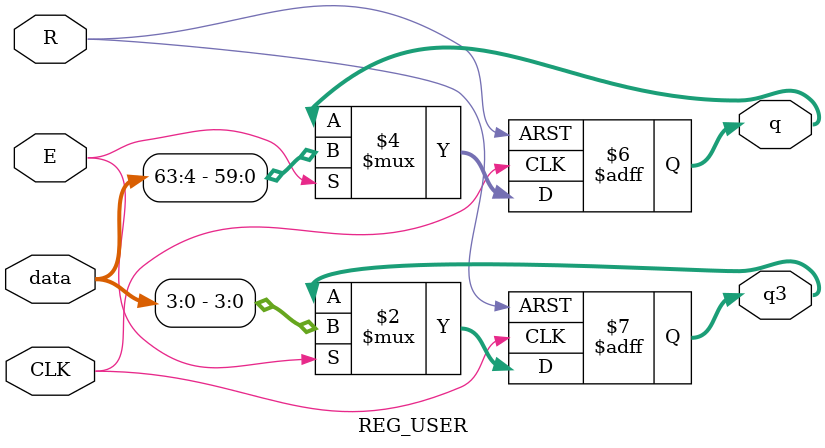
<source format=v>
module REG_USER (
    input wire CLK,       // Sinal de clock
    input wire R,         // Sinal de reset
    input wire E,         // Sinal de habilitação
    input wire [63:0] data,  // Entrada de dados de 64 bits
    output reg [63:4] q,  // Saída que guarda a sequência completa de 64 bits
    output reg [3:0] q3   // Saída que guarda os 4 bits menos significativos da sequência
);

    always @(posedge CLK or posedge R) begin
        if (R) begin
            // Reinicia o registrador para zero quando R está ativo
            q <= 60'b0;
            q3 <= 4'b0;
        end else if (E) begin
            // Atualiza q com os dados de entrada quando E está ativo
            q <= data[63:4];
            q3 <= data[3:0];
        end
        // Caso contrário, mantém os valores atuais de q e q3
    end

endmodule
</source>
